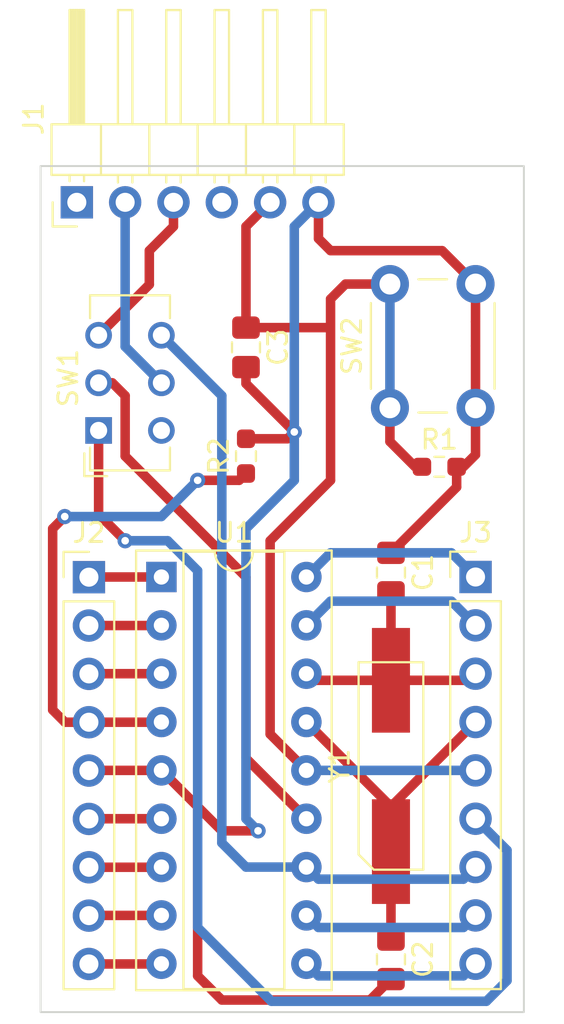
<source format=kicad_pcb>
(kicad_pcb (version 20221018) (generator pcbnew)
  (layers (0 "F.Cu" signal) (31 "B.Cu" signal) (34 "B.Paste" user) (35 "F.Paste" user) (36 "B.SilkS" user "B.Silkscreen") (37 "F.SilkS" user "F.Silkscreen") (38 "B.Mask" user) (39 "F.Mask" user) (44 "Edge.Cuts" user))
  (net 0 "")
  (net 1 "GND")
  (net 2 "/OSC1{slash}CLKIN")
  (net 3 "/OSC2{slash}CLKOUT")
  (net 4 "/Prog_5")
  (net 6 "/Prog_2")
  (net 7 "/Prog_3")
  (net 9 "/RA2")
  (net 10 "/RA3")
  (net 11 "/TOCKI{slash}RA4")
  (net 12 "/~MCLR")
  (net 13 "/RB0")
  (net 14 "/RB1")
  (net 15 "/RB2")
  (net 16 "/RB3")
  (net 17 "/RB7_H")
  (net 18 "/RB7")
  (net 20 "/RB6")
  (net 21 "/RB4")
  (net 22 "/RB5")
  (net 23 "/RA0")
  (net 24 "/RA1")
  (footprint "Connector_PinHeader_2.54mm:PinHeader_1x09_P2.54mm_Vertical" (layer "F.Cu") (at 48.26 78.74)
    (fp_text reference "J3" (at 0 -2.33) (layer "F.SilkS"))
    (fp_text value "Conn_01x09")
    (fp_line (start -1.33 -1.33) (end 0 -1.33) (stroke (width 0.12)) (layer "F.SilkS"))
    (fp_line (start -1.33 0) (end -1.33 -1.33) (stroke (width 0.12)) (layer "F.SilkS"))
    (fp_line (start -1.33 1.27) (end -1.33 21.65) (stroke (width 0.12)) (layer "F.SilkS"))
    (fp_line (start -1.33 1.27) (end 1.33 1.27) (stroke (width 0.12)) (layer "F.SilkS"))
    (fp_line (start -1.33 21.65) (end 1.33 21.65) (stroke (width 0.12)) (layer "F.SilkS"))
    (fp_line (start 1.33 1.27) (end 1.33 21.65) (stroke (width 0.12)) (layer "F.SilkS"))
    (pad "1" thru_hole rect (at 0 0) (size 1.7 1.7) (drill 1) (layers "*.Cu" "*.Mask") (net 24 "/RA1"))
    (pad "2" thru_hole oval (at 0 2.54) (size 1.7 1.7) (drill 1) (layers "*.Cu" "*.Mask") (net 23 "/RA0"))
    (pad "3" thru_hole oval (at 0 5.08) (size 1.7 1.7) (drill 1) (layers "*.Cu" "*.Mask") (net 2 "/OSC1{slash}CLKIN"))
    (pad "4" thru_hole oval (at 0 7.62) (size 1.7 1.7) (drill 1) (layers "*.Cu" "*.Mask") (net 3 "/OSC2{slash}CLKOUT"))
    (pad "5" thru_hole oval (at 0 10.16) (size 1.7 1.7) (drill 1) (layers "*.Cu" "*.Mask") (net 4 "/Prog_5"))
    (pad "6" thru_hole oval (at 0 12.7) (size 1.7 1.7) (drill 1) (layers "*.Cu" "*.Mask") (net 17 "/RB7_H"))
    (pad "7" thru_hole oval (at 0 15.24) (size 1.7 1.7) (drill 1) (layers "*.Cu" "*.Mask") (net 20 "/RB6"))
    (pad "8" thru_hole oval (at 0 17.78) (size 1.7 1.7) (drill 1) (layers "*.Cu" "*.Mask") (net 22 "/RB5"))
    (pad "9" thru_hole oval (at 0 20.32) (size 1.7 1.7) (drill 1) (layers "*.Cu" "*.Mask") (net 21 "/RB4"))
  )
  (footprint "Capacitor_SMD:C_0805_2012Metric_Pad1.18x1.45mm_HandSolder" (layer "F.Cu") (at 43.815 78.5075 -90)
    (fp_text reference "C1" (at 0 -1.68 -90) (layer "F.SilkS"))
    (fp_text value "30pF")
    (fp_line (start -0.261252 -0.735) (end 0.261252 -0.735) (stroke (width 0.12)) (layer "F.SilkS"))
    (fp_line (start -0.261252 0.735) (end 0.261252 0.735) (stroke (width 0.12)) (layer "F.SilkS"))
    (pad "1" smd roundrect (at -1.0375 0 270) (size 1.175 1.45) (layers "F.Cu" "F.Paste" "F.Mask") (roundrect_rratio 0.2127659574) (net 1 "GND"))
    (pad "2" smd roundrect (at 1.0375 0 270) (size 1.175 1.45) (layers "F.Cu" "F.Paste" "F.Mask") (roundrect_rratio 0.2127659574) (net 2 "/OSC1{slash}CLKIN"))
  )
  (footprint "Resistor_SMD:R_0603_1608Metric_Pad0.98x0.95mm_HandSolder" (layer "F.Cu") (at 36.195 72.39 90)
    (fp_text reference "R2" (at 0 -1.43 90) (layer "F.SilkS"))
    (fp_text value "100")
    (fp_line (start -0.254724 -0.5225) (end 0.254724 -0.5225) (stroke (width 0.12)) (layer "F.SilkS"))
    (fp_line (start -0.254724 0.5225) (end 0.254724 0.5225) (stroke (width 0.12)) (layer "F.SilkS"))
    (pad "1" smd roundrect (at -0.9125 0 90) (size 0.975 0.95) (layers "F.Cu" "F.Paste" "F.Mask") (net 12 "/~MCLR"))
    (pad "2" smd roundrect (at 0.9125 0 90) (size 0.975 0.95) (layers "F.Cu" "F.Paste" "F.Mask") (net 1 "GND"))
  )
  (footprint "Resistor_SMD:R_0603_1608Metric_Pad0.98x0.95mm_HandSolder" (layer "F.Cu") (at 46.355 72.95)
    (fp_text reference "R1" (at 0 -1.43) (layer "F.SilkS"))
    (fp_text value "10k")
    (fp_line (start -0.254724 -0.5225) (end 0.254724 -0.5225) (stroke (width 0.12)) (layer "F.SilkS"))
    (fp_line (start -0.254724 0.5225) (end 0.254724 0.5225) (stroke (width 0.12)) (layer "F.SilkS"))
    (pad "1" smd roundrect (at -0.9125 0) (size 0.975 0.95) (layers "F.Cu" "F.Paste" "F.Mask") (net 4 "/Prog_5"))
    (pad "2" smd roundrect (at 0.9125 0) (size 0.975 0.95) (layers "F.Cu" "F.Paste" "F.Mask") (net 1 "GND"))
  )
  (footprint "Crystal_HC49:SOIC-2" (layer "F.Cu") (at 43.815 88.6675)
    (fp_text reference "Y1" (at -2.7 0 90) (layer "F.SilkS"))
    (fp_text value "Crystal")
    (fp_line (start -1.7 -5.45) (end 1.7 -5.45) (stroke (width 0.12)) (layer "F.SilkS"))
    (fp_line (start -1.7 4.65) (end -1.7 -5.45) (stroke (width 0.12)) (layer "F.SilkS"))
    (fp_line (start -0.9 5.45) (end -1.7 4.65) (stroke (width 0.12)) (layer "F.SilkS"))
    (fp_line (start 1.7 -5.45) (end 1.7 5.45) (stroke (width 0.12)) (layer "F.SilkS"))
    (fp_line (start 1.7 5.45) (end -0.9 5.45) (stroke (width 0.12)) (layer "F.SilkS"))
    (pad "1" smd rect (at 0 4.5) (size 2 5.5) (layers "F.Cu" "F.Paste" "F.Mask") (net 3 "/OSC2{slash}CLKOUT"))
    (pad "2" smd rect (at 0 -4.5) (size 2 5.5) (layers "F.Cu" "F.Paste" "F.Mask") (net 2 "/OSC1{slash}CLKIN"))
  )
  (footprint "Capacitor_SMD:C_0805_2012Metric_Pad1.18x1.45mm_HandSolder" (layer "F.Cu") (at 43.815 98.8275 -90)
    (fp_text reference "C2" (at 0 -1.68 -90) (layer "F.SilkS"))
    (fp_text value "30pF")
    (fp_line (start -0.261252 -0.735) (end 0.261252 -0.735) (stroke (width 0.12)) (layer "F.SilkS"))
    (fp_line (start -0.261252 0.735) (end 0.261252 0.735) (stroke (width 0.12)) (layer "F.SilkS"))
    (pad "1" smd roundrect (at -1.0375 0 270) (size 1.175 1.45) (layers "F.Cu" "F.Paste" "F.Mask") (roundrect_rratio 0.2127659574) (net 3 "/OSC2{slash}CLKOUT"))
    (pad "2" smd roundrect (at 1.0375 0 270) (size 1.175 1.45) (layers "F.Cu" "F.Paste" "F.Mask") (roundrect_rratio 0.2127659574) (net 1 "GND"))
  )
  (footprint "Button_Switch_THT:SW_CuK_JS202011CQN_DPDT_Straight" (layer "F.Cu") (at 28.45 71.04 90)
    (fp_text reference "SW1" (at 2.75 -1.6 90) (layer "F.SilkS"))
    (fp_text value "SW_Push_DPDT")
    (fp_line (start -2.4 -0.75) (end -2.4 0.45) (stroke (width 0.12)) (layer "F.SilkS"))
    (fp_line (start -2.1 -0.45) (end -2.1 3.75) (stroke (width 0.12)) (layer "F.SilkS"))
    (fp_line (start -2.1 3.75) (end -0.9 3.75) (stroke (width 0.12)) (layer "F.SilkS"))
    (fp_line (start -1.2 -0.75) (end -2.4 -0.75) (stroke (width 0.12)) (layer "F.SilkS"))
    (fp_line (start -0.9 -0.45) (end -2.1 -0.45) (stroke (width 0.12)) (layer "F.SilkS"))
    (fp_line (start 5.9 -0.45) (end 7.1 -0.45) (stroke (width 0.12)) (layer "F.SilkS"))
    (fp_line (start 7.1 -0.45) (end 7.1 3.75) (stroke (width 0.12)) (layer "F.SilkS"))
    (fp_line (start 7.1 3.75) (end 5.9 3.75) (stroke (width 0.12)) (layer "F.SilkS"))
    (pad "1" thru_hole rect (at 0 0 90) (size 1.4 1.4) (drill 0.9) (layers "*.Cu" "*.Mask") (net 17 "/RB7_H"))
    (pad "2" thru_hole circle (at 2.5 0 90) (size 1.4 1.4) (drill 0.9) (layers "*.Cu" "*.Mask") (net 18 "/RB7"))
    (pad "3" thru_hole circle (at 5 0 90) (size 1.4 1.4) (drill 0.9) (layers "*.Cu" "*.Mask") (net 7 "/Prog_3"))
    (pad "4" thru_hole circle (at 0 3.3 90) (size 1.4 1.4) (drill 0.9) (layers "*.Cu" "*.Mask"))
    (pad "5" thru_hole circle (at 2.5 3.3 90) (size 1.4 1.4) (drill 0.9) (layers "*.Cu" "*.Mask") (net 6 "/Prog_2"))
    (pad "6" thru_hole circle (at 5 3.3 90) (size 1.4 1.4) (drill 0.9) (layers "*.Cu" "*.Mask") (net 20 "/RB6"))
  )
  (footprint "Connector_PinHeader_2.54mm:PinHeader_1x09_P2.54mm_Vertical" (layer "F.Cu") (at 27.94 78.75)
    (fp_text reference "J2" (at 0 -2.33) (layer "F.SilkS"))
    (fp_text value "Conn_01x09")
    (fp_line (start -1.33 -1.33) (end 0 -1.33) (stroke (width 0.12)) (layer "F.SilkS"))
    (fp_line (start -1.33 0) (end -1.33 -1.33) (stroke (width 0.12)) (layer "F.SilkS"))
    (fp_line (start -1.33 1.27) (end -1.33 21.65) (stroke (width 0.12)) (layer "F.SilkS"))
    (fp_line (start -1.33 1.27) (end 1.33 1.27) (stroke (width 0.12)) (layer "F.SilkS"))
    (fp_line (start -1.33 21.65) (end 1.33 21.65) (stroke (width 0.12)) (layer "F.SilkS"))
    (fp_line (start 1.33 1.27) (end 1.33 21.65) (stroke (width 0.12)) (layer "F.SilkS"))
    (pad "1" thru_hole rect (at 0 0) (size 1.7 1.7) (drill 1) (layers "*.Cu" "*.Mask") (net 9 "/RA2"))
    (pad "2" thru_hole oval (at 0 2.54) (size 1.7 1.7) (drill 1) (layers "*.Cu" "*.Mask") (net 10 "/RA3"))
    (pad "3" thru_hole oval (at 0 5.08) (size 1.7 1.7) (drill 1) (layers "*.Cu" "*.Mask") (net 11 "/TOCKI{slash}RA4"))
    (pad "4" thru_hole oval (at 0 7.62) (size 1.7 1.7) (drill 1) (layers "*.Cu" "*.Mask") (net 12 "/~MCLR"))
    (pad "5" thru_hole oval (at 0 10.16) (size 1.7 1.7) (drill 1) (layers "*.Cu" "*.Mask") (net 1 "GND"))
    (pad "6" thru_hole oval (at 0 12.7) (size 1.7 1.7) (drill 1) (layers "*.Cu" "*.Mask") (net 13 "/RB0"))
    (pad "7" thru_hole oval (at 0 15.24) (size 1.7 1.7) (drill 1) (layers "*.Cu" "*.Mask") (net 14 "/RB1"))
    (pad "8" thru_hole oval (at 0 17.78) (size 1.7 1.7) (drill 1) (layers "*.Cu" "*.Mask") (net 15 "/RB2"))
    (pad "9" thru_hole oval (at 0 20.32) (size 1.7 1.7) (drill 1) (layers "*.Cu" "*.Mask") (net 16 "/RB3"))
  )
  (footprint "Button_Switch_THT:SW_PUSH_6mm" (layer "F.Cu") (at 43.76 69.85 90)
    (fp_text reference "SW2" (at 3.25 -2 90) (layer "F.SilkS"))
    (fp_text value "SW_Push")
    (fp_line (start -0.25 1.5) (end -0.25 3) (stroke (width 0.12)) (layer "F.SilkS"))
    (fp_line (start 1 5.5) (end 5.5 5.5) (stroke (width 0.12)) (layer "F.SilkS"))
    (fp_line (start 5.5 -1) (end 1 -1) (stroke (width 0.12)) (layer "F.SilkS"))
    (fp_line (start 6.75 3) (end 6.75 1.5) (stroke (width 0.12)) (layer "F.SilkS"))
    (pad "1" thru_hole circle (at 0 0 180) (size 2 2) (drill 1.1) (layers "*.Cu" "*.Mask") (net 4 "/Prog_5"))
    (pad "1" thru_hole circle (at 6.5 0 180) (size 2 2) (drill 1.1) (layers "*.Cu" "*.Mask") (net 4 "/Prog_5"))
    (pad "2" thru_hole circle (at 0 4.5 180) (size 2 2) (drill 1.1) (layers "*.Cu" "*.Mask") (net 1 "GND"))
    (pad "2" thru_hole circle (at 6.5 4.5 180) (size 2 2) (drill 1.1) (layers "*.Cu" "*.Mask") (net 1 "GND"))
  )
  (footprint "Capacitor_SMD:C_0805_2012Metric_Pad1.18x1.45mm_HandSolder" (layer "F.Cu") (at 36.195 66.675 -90)
    (fp_text reference "C3" (at 0 -1.68 -90) (layer "F.SilkS"))
    (fp_text value "100nF")
    (fp_line (start -0.261252 -0.735) (end 0.261252 -0.735) (stroke (width 0.12)) (layer "F.SilkS"))
    (fp_line (start -0.261252 0.735) (end 0.261252 0.735) (stroke (width 0.12)) (layer "F.SilkS"))
    (pad "1" smd roundrect (at -1.0375 0 270) (size 1.175 1.45) (layers "F.Cu" "F.Paste" "F.Mask") (roundrect_rratio 0.2127659574) (net 4 "/Prog_5"))
    (pad "2" smd roundrect (at 1.0375 0 270) (size 1.175 1.45) (layers "F.Cu" "F.Paste" "F.Mask") (roundrect_rratio 0.2127659574) (net 1 "GND"))
  )
  (footprint "Package_DIP:DIP-18_W7.62mm_Socket" (layer "F.Cu") (at 31.75 78.74)
    (fp_text reference "U1" (at 3.81 -2.33) (layer "F.SilkS"))
    (fp_text value "PIC16F84A-XXP")
    (fp_line (start -1.33 -1.39) (end -1.33 21.71) (stroke (width 0.12)) (layer "F.SilkS"))
    (fp_line (start -1.33 21.71) (end 8.95 21.71) (stroke (width 0.12)) (layer "F.SilkS"))
    (fp_line (start 1.16 -1.33) (end 1.16 21.65) (stroke (width 0.12)) (layer "F.SilkS"))
    (fp_line (start 1.16 21.65) (end 6.46 21.65) (stroke (width 0.12)) (layer "F.SilkS"))
    (fp_line (start 2.81 -1.33) (end 1.16 -1.33) (stroke (width 0.12)) (layer "F.SilkS"))
    (fp_line (start 6.46 -1.33) (end 4.81 -1.33) (stroke (width 0.12)) (layer "F.SilkS"))
    (fp_line (start 6.46 21.65) (end 6.46 -1.33) (stroke (width 0.12)) (layer "F.SilkS"))
    (fp_line (start 8.95 -1.39) (end -1.33 -1.39) (stroke (width 0.12)) (layer "F.SilkS"))
    (fp_line (start 8.95 21.71) (end 8.95 -1.39) (stroke (width 0.12)) (layer "F.SilkS"))
    (fp_arc (start 4.81 -1.33) (mid 3.81 -0.33) (end 2.81 -1.33) (stroke (width 0.12)) (layer "F.SilkS"))
    (pad "1" thru_hole rect (at 0 0) (size 1.6 1.6) (drill 0.8) (layers "*.Cu" "*.Mask") (net 9 "/RA2"))
    (pad "2" thru_hole oval (at 0 2.54) (size 1.6 1.6) (drill 0.8) (layers "*.Cu" "*.Mask") (net 10 "/RA3"))
    (pad "3" thru_hole oval (at 0 5.08) (size 1.6 1.6) (drill 0.8) (layers "*.Cu" "*.Mask") (net 11 "/TOCKI{slash}RA4"))
    (pad "4" thru_hole oval (at 0 7.62) (size 1.6 1.6) (drill 0.8) (layers "*.Cu" "*.Mask") (net 12 "/~MCLR"))
    (pad "5" thru_hole oval (at 0 10.16) (size 1.6 1.6) (drill 0.8) (layers "*.Cu" "*.Mask") (net 1 "GND"))
    (pad "6" thru_hole oval (at 0 12.7) (size 1.6 1.6) (drill 0.8) (layers "*.Cu" "*.Mask") (net 13 "/RB0"))
    (pad "7" thru_hole oval (at 0 15.24) (size 1.6 1.6) (drill 0.8) (layers "*.Cu" "*.Mask") (net 14 "/RB1"))
    (pad "8" thru_hole oval (at 0 17.78) (size 1.6 1.6) (drill 0.8) (layers "*.Cu" "*.Mask") (net 15 "/RB2"))
    (pad "9" thru_hole oval (at 0 20.32) (size 1.6 1.6) (drill 0.8) (layers "*.Cu" "*.Mask") (net 16 "/RB3"))
    (pad "10" thru_hole oval (at 7.62 20.32) (size 1.6 1.6) (drill 0.8) (layers "*.Cu" "*.Mask") (net 21 "/RB4"))
    (pad "11" thru_hole oval (at 7.62 17.78) (size 1.6 1.6) (drill 0.8) (layers "*.Cu" "*.Mask") (net 22 "/RB5"))
    (pad "12" thru_hole oval (at 7.62 15.24) (size 1.6 1.6) (drill 0.8) (layers "*.Cu" "*.Mask") (net 20 "/RB6"))
    (pad "13" thru_hole oval (at 7.62 12.7) (size 1.6 1.6) (drill 0.8) (layers "*.Cu" "*.Mask") (net 18 "/RB7"))
    (pad "14" thru_hole oval (at 7.62 10.16) (size 1.6 1.6) (drill 0.8) (layers "*.Cu" "*.Mask") (net 4 "/Prog_5"))
    (pad "15" thru_hole oval (at 7.62 7.62) (size 1.6 1.6) (drill 0.8) (layers "*.Cu" "*.Mask") (net 3 "/OSC2{slash}CLKOUT"))
    (pad "16" thru_hole oval (at 7.62 5.08) (size 1.6 1.6) (drill 0.8) (layers "*.Cu" "*.Mask") (net 2 "/OSC1{slash}CLKIN"))
    (pad "17" thru_hole oval (at 7.62 2.54) (size 1.6 1.6) (drill 0.8) (layers "*.Cu" "*.Mask") (net 23 "/RA0"))
    (pad "18" thru_hole oval (at 7.62 0) (size 1.6 1.6) (drill 0.8) (layers "*.Cu" "*.Mask") (net 24 "/RA1"))
  )
  (footprint "Connector_PinHeader_2.54mm:PinHeader_1x06_P2.54mm_Horizontal" (layer "F.Cu") (at 27.305 59.055 90)
    (fp_text reference "J1" (at 4.385 -2.27 90) (layer "F.SilkS"))
    (fp_text value "Conn_01x06_Pin")
    (fp_line (start -1.27 -1.27) (end 0 -1.27) (stroke (width 0.12)) (layer "F.SilkS"))
    (fp_line (start -1.27 0) (end -1.27 -1.27) (stroke (width 0.12)) (layer "F.SilkS"))
    (fp_line (start 1.042929 2.16) (end 1.44 2.16) (stroke (width 0.12)) (layer "F.SilkS"))
    (fp_line (start 1.042929 2.92) (end 1.44 2.92) (stroke (width 0.12)) (layer "F.SilkS"))
    (fp_line (start 1.042929 4.7) (end 1.44 4.7) (stroke (width 0.12)) (layer "F.SilkS"))
    (fp_line (start 1.042929 5.46) (end 1.44 5.46) (stroke (width 0.12)) (layer "F.SilkS"))
    (fp_line (start 1.042929 7.24) (end 1.44 7.24) (stroke (width 0.12)) (layer "F.SilkS"))
    (fp_line (start 1.042929 8) (end 1.44 8) (stroke (width 0.12)) (layer "F.SilkS"))
    (fp_line (start 1.042929 9.78) (end 1.44 9.78) (stroke (width 0.12)) (layer "F.SilkS"))
    (fp_line (start 1.042929 10.54) (end 1.44 10.54) (stroke (width 0.12)) (layer "F.SilkS"))
    (fp_line (start 1.042929 12.32) (end 1.44 12.32) (stroke (width 0.12)) (layer "F.SilkS"))
    (fp_line (start 1.042929 13.08) (end 1.44 13.08) (stroke (width 0.12)) (layer "F.SilkS"))
    (fp_line (start 1.11 -0.38) (end 1.44 -0.38) (stroke (width 0.12)) (layer "F.SilkS"))
    (fp_line (start 1.11 0.38) (end 1.44 0.38) (stroke (width 0.12)) (layer "F.SilkS"))
    (fp_line (start 1.44 -1.33) (end 1.44 14.03) (stroke (width 0.12)) (layer "F.SilkS"))
    (fp_line (start 1.44 1.27) (end 4.1 1.27) (stroke (width 0.12)) (layer "F.SilkS"))
    (fp_line (start 1.44 3.81) (end 4.1 3.81) (stroke (width 0.12)) (layer "F.SilkS"))
    (fp_line (start 1.44 6.35) (end 4.1 6.35) (stroke (width 0.12)) (layer "F.SilkS"))
    (fp_line (start 1.44 8.89) (end 4.1 8.89) (stroke (width 0.12)) (layer "F.SilkS"))
    (fp_line (start 1.44 11.43) (end 4.1 11.43) (stroke (width 0.12)) (layer "F.SilkS"))
    (fp_line (start 1.44 14.03) (end 4.1 14.03) (stroke (width 0.12)) (layer "F.SilkS"))
    (fp_line (start 4.1 -1.33) (end 1.44 -1.33) (stroke (width 0.12)) (layer "F.SilkS"))
    (fp_line (start 4.1 -0.38) (end 10.1 -0.38) (stroke (width 0.12)) (layer "F.SilkS"))
    (fp_line (start 4.1 -0.32) (end 10.1 -0.32) (stroke (width 0.12)) (layer "F.SilkS"))
    (fp_line (start 4.1 -0.2) (end 10.1 -0.2) (stroke (width 0.12)) (layer "F.SilkS"))
    (fp_line (start 4.1 -0.08) (end 10.1 -0.08) (stroke (width 0.12)) (layer "F.SilkS"))
    (fp_line (start 4.1 0.04) (end 10.1 0.04) (stroke (width 0.12)) (layer "F.SilkS"))
    (fp_line (start 4.1 0.16) (end 10.1 0.16) (stroke (width 0.12)) (layer "F.SilkS"))
    (fp_line (start 4.1 0.28) (end 10.1 0.28) (stroke (width 0.12)) (layer "F.SilkS"))
    (fp_line (start 4.1 2.16) (end 10.1 2.16) (stroke (width 0.12)) (layer "F.SilkS"))
    (fp_line (start 4.1 4.7) (end 10.1 4.7) (stroke (width 0.12)) (layer "F.SilkS"))
    (fp_line (start 4.1 7.24) (end 10.1 7.24) (stroke (width 0.12)) (layer "F.SilkS"))
    (fp_line (start 4.1 9.78) (end 10.1 9.78) (stroke (width 0.12)) (layer "F.SilkS"))
    (fp_line (start 4.1 12.32) (end 10.1 12.32) (stroke (width 0.12)) (layer "F.SilkS"))
    (fp_line (start 4.1 14.03) (end 4.1 -1.33) (stroke (width 0.12)) (layer "F.SilkS"))
    (fp_line (start 10.1 -0.38) (end 10.1 0.38) (stroke (width 0.12)) (layer "F.SilkS"))
    (fp_line (start 10.1 0.38) (end 4.1 0.38) (stroke (width 0.12)) (layer "F.SilkS"))
    (fp_line (start 10.1 2.16) (end 10.1 2.92) (stroke (width 0.12)) (layer "F.SilkS"))
    (fp_line (start 10.1 2.92) (end 4.1 2.92) (stroke (width 0.12)) (layer "F.SilkS"))
    (fp_line (start 10.1 4.7) (end 10.1 5.46) (stroke (width 0.12)) (layer "F.SilkS"))
    (fp_line (start 10.1 5.46) (end 4.1 5.46) (stroke (width 0.12)) (layer "F.SilkS"))
    (fp_line (start 10.1 7.24) (end 10.1 8) (stroke (width 0.12)) (layer "F.SilkS"))
    (fp_line (start 10.1 8) (end 4.1 8) (stroke (width 0.12)) (layer "F.SilkS"))
    (fp_line (start 10.1 9.78) (end 10.1 10.54) (stroke (width 0.12)) (layer "F.SilkS"))
    (fp_line (start 10.1 10.54) (end 4.1 10.54) (stroke (width 0.12)) (layer "F.SilkS"))
    (fp_line (start 10.1 12.32) (end 10.1 13.08) (stroke (width 0.12)) (layer "F.SilkS"))
    (fp_line (start 10.1 13.08) (end 4.1 13.08) (stroke (width 0.12)) (layer "F.SilkS"))
    (pad "1" thru_hole rect (at 0 0 90) (size 1.7 1.7) (drill 1) (layers "*.Cu" "*.Mask"))
    (pad "2" thru_hole oval (at 0 2.54 90) (size 1.7 1.7) (drill 1) (layers "*.Cu" "*.Mask") (net 6 "/Prog_2"))
    (pad "3" thru_hole oval (at 0 5.08 90) (size 1.7 1.7) (drill 1) (layers "*.Cu" "*.Mask") (net 7 "/Prog_3"))
    (pad "4" thru_hole oval (at 0 7.62 90) (size 1.7 1.7) (drill 1) (layers "*.Cu" "*.Mask"))
    (pad "5" thru_hole oval (at 0 10.16 90) (size 1.7 1.7) (drill 1) (layers "*.Cu" "*.Mask") (net 4 "/Prog_5"))
    (pad "6" thru_hole oval (at 0 12.7 90) (size 1.7 1.7) (drill 1) (layers "*.Cu" "*.Mask") (net 1 "GND"))
  )
  (gr_rect (start 25.4 57.15) (end 50.8 101.6) (stroke (width 0.1)) (fill none) (layer "Edge.Cuts"))
  (segment (start 40.005 60.96) (end 40.64 61.595) (width 0.5) (layer "F.Cu") (net 1))
  (segment (start 40.005 59.055) (end 40.005 60.96) (width 0.5) (layer "F.Cu") (net 1))
  (segment (start 46.505 61.595) (end 48.26 63.35) (width 0.5) (layer "F.Cu") (net 1))
  (segment (start 33.655 90.805) (end 33.655 99.695) (width 0.5) (layer "F.Cu") (net 1))
  (segment (start 47.2675 72.95) (end 47.2675 74.0175) (width 0.5) (layer "F.Cu") (net 1))
  (segment (start 48.26 69.85) (end 48.26 66.6) (width 0.5) (layer "F.Cu") (net 1))
  (segment (start 31.75 88.9) (end 27.95 88.9) (width 0.5) (layer "F.Cu") (net 1))
  (segment (start 47.625 72.95) (end 48.26 72.315) (width 0.5) (layer "F.Cu") (net 1))
  (segment (start 42.715 100.965) (end 43.815 99.865) (width 0.5) (layer "F.Cu") (net 1))
  (segment (start 36.195 71.4775) (end 38.3775 71.4775) (width 0.5) (layer "F.Cu") (net 1))
  (segment (start 48.26 72.315) (end 48.26 69.85) (width 0.5) (layer "F.Cu") (net 1))
  (segment (start 40.64 61.595) (end 46.505 61.595) (width 0.5) (layer "F.Cu") (net 1))
  (segment (start 48.26 66.6) (end 48.26 65.33) (width 0.5) (layer "F.Cu") (net 1))
  (segment (start 36.195 68.58) (end 38.735 71.12) (width 0.5) (layer "F.Cu") (net 1))
  (segment (start 33.655 99.695) (end 34.925 100.965) (width 0.5) (layer "F.Cu") (net 1))
  (segment (start 34.925 92.075) (end 33.655 90.805) (width 0.5) (layer "F.Cu") (net 1))
  (segment (start 36.83 92.075) (end 34.925 92.075) (width 0.5) (layer "F.Cu") (net 1))
  (segment (start 47.2675 74.0175) (end 43.815 77.47) (width 0.5) (layer "F.Cu") (net 1))
  (segment (start 34.925 100.965) (end 42.715 100.965) (width 0.5) (layer "F.Cu") (net 1))
  (segment (start 27.95 88.9) (end 27.94 88.91) (width 0.5) (layer "F.Cu") (net 1))
  (segment (start 31.75 88.9) (end 33.655 90.805) (width 0.5) (layer "F.Cu") (net 1))
  (segment (start 48.26 65.33) (end 48.26 63.35) (width 0.5) (layer "F.Cu") (net 1))
  (segment (start 36.195 67.7125) (end 36.195 68.58) (width 0.5) (layer "F.Cu") (net 1))
  (segment (start 38.3775 71.4775) (end 38.735 71.12) (width 0.5) (layer "F.Cu") (net 1))
  (via (at 36.83 92.075) (size 0.8) (drill 0.4) (layers "F.Cu" "B.Cu") (net 1))
  (via (at 38.735 71.12) (size 0.8) (drill 0.4) (layers "F.Cu" "B.Cu") (net 1))
  (segment (start 38.735 73.66) (end 36.195 76.2) (width 0.5) (layer "B.Cu") (net 1))
  (segment (start 40.005 59.055) (end 38.735 60.325) (width 0.5) (layer "B.Cu") (net 1))
  (segment (start 38.735 60.325) (end 38.735 71.12) (width 0.5) (layer "B.Cu") (net 1))
  (segment (start 36.195 91.44) (end 36.83 92.075) (width 0.5) (layer "B.Cu") (net 1))
  (segment (start 38.735 71.12) (end 38.735 73.66) (width 0.5) (layer "B.Cu") (net 1))
  (segment (start 36.195 76.2) (end 36.195 91.44) (width 0.5) (layer "B.Cu") (net 1))
  (segment (start 43.815 79.545) (end 43.815 84.1675) (width 0.5) (layer "F.Cu") (net 2))
  (segment (start 43.815 84.1675) (end 39.7175 84.1675) (width 0.5) (layer "F.Cu") (net 2))
  (segment (start 43.815 84.1675) (end 47.9125 84.1675) (width 0.5) (layer "F.Cu") (net 2))
  (segment (start 39.7175 84.1675) (end 39.37 83.82) (width 0.5) (layer "F.Cu") (net 2))
  (segment (start 47.9125 84.1675) (end 48.26 83.82) (width 0.5) (layer "F.Cu") (net 2))
  (segment (start 43.815 90.805) (end 43.815 93.1675) (width 0.5) (layer "F.Cu") (net 3))
  (segment (start 48.26 86.36) (end 43.815 90.805) (width 0.5) (layer "F.Cu") (net 3))
  (segment (start 43.815 90.805) (end 39.37 86.36) (width 0.5) (layer "F.Cu") (net 3))
  (segment (start 43.815 93.1675) (end 43.815 97.79) (width 0.5) (layer "F.Cu") (net 3))
  (segment (start 41.425 63.35) (end 43.76 63.35) (width 0.5) (layer "F.Cu") (net 4))
  (segment (start 40.4825 65.6375) (end 36.195 65.6375) (width 0.5) (layer "F.Cu") (net 4))
  (segment (start 43.76 71.625) (end 43.76 69.85) (width 0.5) (layer "F.Cu") (net 4))
  (segment (start 36.195 60.325) (end 36.195 65.6375) (width 0.5) (layer "F.Cu") (net 4))
  (segment (start 37.465 59.055) (end 36.195 60.325) (width 0.5) (layer "F.Cu") (net 4))
  (segment (start 40.64 64.135) (end 41.425 63.35) (width 0.5) (layer "F.Cu") (net 4))
  (segment (start 37.465 86.995) (end 37.465 76.835) (width 0.5) (layer "F.Cu") (net 4))
  (segment (start 39.37 88.9) (end 37.465 86.995) (width 0.5) (layer "F.Cu") (net 4))
  (segment (start 40.64 73.66) (end 40.64 64.135) (width 0.5) (layer "F.Cu") (net 4))
  (segment (start 45.085 72.95) (end 43.76 71.625) (width 0.5) (layer "F.Cu") (net 4))
  (segment (start 37.465 76.835) (end 40.64 73.66) (width 0.5) (layer "F.Cu") (net 4))
  (segment (start 48.26 88.9) (end 39.37 88.9) (width 0.5) (layer "B.Cu") (net 4))
  (segment (start 43.76 69.85) (end 43.76 63.35) (width 0.5) (layer "B.Cu") (net 4))
  (segment (start 31.75 68.54) (end 29.845 66.635) (width 0.5) (layer "B.Cu") (net 6))
  (segment (start 29.845 66.635) (end 29.845 59.055) (width 0.5) (layer "B.Cu") (net 6))
  (segment (start 31.115 61.595) (end 32.385 60.325) (width 0.5) (layer "F.Cu") (net 7))
  (segment (start 31.115 63.375) (end 31.115 61.595) (width 0.5) (layer "F.Cu") (net 7))
  (segment (start 28.45 66.04) (end 31.115 63.375) (width 0.5) (layer "F.Cu") (net 7))
  (segment (start 32.385 60.325) (end 32.385 59.055) (width 0.5) (layer "F.Cu") (net 7))
  (segment (start 27.95 78.74) (end 27.94 78.75) (width 0.5) (layer "F.Cu") (net 9))
  (segment (start 31.75 78.74) (end 27.95 78.74) (width 0.5) (layer "F.Cu") (net 9))
  (segment (start 31.74 81.29) (end 31.75 81.28) (width 0.5) (layer "F.Cu") (net 10))
  (segment (start 27.94 81.29) (end 31.74 81.29) (width 0.5) (layer "F.Cu") (net 10))
  (segment (start 27.95 83.82) (end 27.94 83.83) (width 0.5) (layer "F.Cu") (net 11))
  (segment (start 31.75 83.82) (end 27.95 83.82) (width 0.5) (layer "F.Cu") (net 11))
  (segment (start 26.68 86.37) (end 27.94 86.37) (width 0.5) (layer "F.Cu") (net 12))
  (segment (start 26.035 76.2) (end 26.035 85.725) (width 0.5) (layer "F.Cu") (net 12))
  (segment (start 31.74 86.37) (end 31.75 86.36) (width 0.5) (layer "F.Cu") (net 12))
  (segment (start 35.8375 73.66) (end 36.195 73.3025) (width 0.5) (layer "F.Cu") (net 12))
  (segment (start 26.67 75.565) (end 26.035 76.2) (width 0.5) (layer "F.Cu") (net 12))
  (segment (start 26.035 85.725) (end 26.68 86.37) (width 0.5) (layer "F.Cu") (net 12))
  (segment (start 27.94 86.37) (end 31.74 86.37) (width 0.5) (layer "F.Cu") (net 12))
  (segment (start 33.655 73.66) (end 35.8375 73.66) (width 0.5) (layer "F.Cu") (net 12))
  (via (at 33.655 73.66) (size 0.8) (drill 0.4) (layers "F.Cu" "B.Cu") (net 12))
  (via (at 26.67 75.565) (size 0.8) (drill 0.4) (layers "F.Cu" "B.Cu") (net 12))
  (segment (start 26.67 75.565) (end 31.75 75.565) (width 0.5) (layer "B.Cu") (net 12))
  (segment (start 31.75 75.565) (end 33.655 73.66) (width 0.5) (layer "B.Cu") (net 12))
  (segment (start 31.75 91.44) (end 27.95 91.44) (width 0.5) (layer "F.Cu") (net 13))
  (segment (start 27.95 91.44) (end 27.94 91.45) (width 0.5) (layer "F.Cu") (net 13))
  (segment (start 31.74 93.99) (end 31.75 93.98) (width 0.5) (layer "F.Cu") (net 14))
  (segment (start 27.94 93.99) (end 31.74 93.99) (width 0.5) (layer "F.Cu") (net 14))
  (segment (start 27.95 96.52) (end 27.94 96.53) (width 0.5) (layer "F.Cu") (net 15))
  (segment (start 31.75 96.52) (end 27.95 96.52) (width 0.5) (layer "F.Cu") (net 15))
  (segment (start 31.74 99.07) (end 31.75 99.06) (width 0.5) (layer "F.Cu") (net 16))
  (segment (start 27.94 99.07) (end 31.74 99.07) (width 0.5) (layer "F.Cu") (net 16))
  (segment (start 28.45 71.04) (end 28.45 75.44) (width 0.5) (layer "F.Cu") (net 17))
  (segment (start 28.45 75.44) (end 29.845 76.835) (width 0.5) (layer "F.Cu") (net 17))
  (via (at 29.845 76.835) (size 0.8) (drill 0.4) (layers "F.Cu" "B.Cu") (net 17))
  (segment (start 49.915 93.095) (end 48.26 91.44) (width 0.5) (layer "B.Cu") (net 17))
  (segment (start 49.915 99.945) (end 49.915 93.095) (width 0.5) (layer "B.Cu") (net 17))
  (segment (start 48.83 101.03) (end 49.915 99.945) (width 0.5) (layer "B.Cu") (net 17))
  (segment (start 37.53 101.03) (end 48.83 101.03) (width 0.5) (layer "B.Cu") (net 17))
  (segment (start 33.655 97.155) (end 37.53 101.03) (width 0.5) (layer "B.Cu") (net 17))
  (segment (start 32.081396 76.835) (end 33.655 78.408604) (width 0.5) (layer "B.Cu") (net 17))
  (segment (start 29.845 76.835) (end 32.081396 76.835) (width 0.5) (layer "B.Cu") (net 17))
  (segment (start 33.655 78.408604) (end 33.655 97.155) (width 0.5) (layer "B.Cu") (net 17))
  (segment (start 29.17 68.54) (end 29.845 69.215) (width 0.5) (layer "F.Cu") (net 18))
  (segment (start 29.845 69.215) (end 29.845 72.39) (width 0.5) (layer "F.Cu") (net 18))
  (segment (start 29.845 72.39) (end 36.195 78.74) (width 0.5) (layer "F.Cu") (net 18))
  (segment (start 28.45 68.54) (end 29.17 68.54) (width 0.5) (layer "F.Cu") (net 18))
  (segment (start 36.195 88.265) (end 39.37 91.44) (width 0.5) (layer "F.Cu") (net 18))
  (segment (start 36.195 78.74) (end 36.195 88.265) (width 0.5) (layer "F.Cu") (net 18))
  (segment (start 34.925 92.71) (end 36.195 93.98) (width 0.5) (layer "B.Cu") (net 20))
  (segment (start 40.005 94.615) (end 39.37 93.98) (width 0.5) (layer "B.Cu") (net 20))
  (segment (start 36.195 93.98) (end 39.37 93.98) (width 0.5) (layer "B.Cu") (net 20))
  (segment (start 31.75 66.04) (end 34.925 69.215) (width 0.5) (layer "B.Cu") (net 20))
  (segment (start 34.925 69.215) (end 34.925 92.71) (width 0.5) (layer "B.Cu") (net 20))
  (segment (start 47.625 94.615) (end 40.005 94.615) (width 0.5) (layer "B.Cu") (net 20))
  (segment (start 48.26 93.98) (end 47.625 94.615) (width 0.5) (layer "B.Cu") (net 20))
  (segment (start 39.37 99.06) (end 40.005 99.695) (width 0.5) (layer "B.Cu") (net 21))
  (segment (start 47.625 99.695) (end 48.26 99.06) (width 0.5) (layer "B.Cu") (net 21))
  (segment (start 40.005 99.695) (end 47.625 99.695) (width 0.5) (layer "B.Cu") (net 21))
  (segment (start 47.625 97.155) (end 48.26 96.52) (width 0.5) (layer "B.Cu") (net 22))
  (segment (start 40.005 97.155) (end 47.625 97.155) (width 0.5) (layer "B.Cu") (net 22))
  (segment (start 39.37 96.52) (end 40.005 97.155) (width 0.5) (layer "B.Cu") (net 22))
  (segment (start 39.37 81.28) (end 40.64 80.01) (width 0.5) (layer "B.Cu") (net 23))
  (segment (start 46.99 80.01) (end 48.26 81.28) (width 0.5) (layer "B.Cu") (net 23))
  (segment (start 40.64 80.01) (end 46.99 80.01) (width 0.5) (layer "B.Cu") (net 23))
  (segment (start 46.99 77.47) (end 48.26 78.74) (width 0.5) (layer "B.Cu") (net 24))
  (segment (start 40.64 77.47) (end 46.99 77.47) (width 0.5) (layer "B.Cu") (net 24))
  (segment (start 39.37 78.74) (end 40.64 77.47) (width 0.5) (layer "B.Cu") (net 24))
)
</source>
